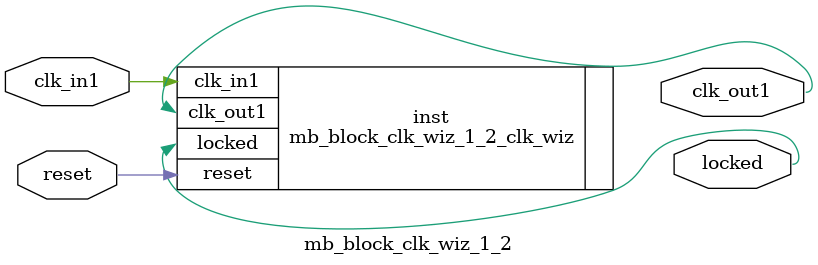
<source format=v>


`timescale 1ps/1ps

(* CORE_GENERATION_INFO = "mb_block_clk_wiz_1_2,clk_wiz_v6_0_11_0_0,{component_name=mb_block_clk_wiz_1_2,use_phase_alignment=true,use_min_o_jitter=false,use_max_i_jitter=false,use_dyn_phase_shift=false,use_inclk_switchover=false,use_dyn_reconfig=false,enable_axi=0,feedback_source=FDBK_AUTO,PRIMITIVE=MMCM,num_out_clk=1,clkin1_period=10.000,clkin2_period=10.000,use_power_down=false,use_reset=true,use_locked=true,use_inclk_stopped=false,feedback_type=SINGLE,CLOCK_MGR_TYPE=NA,manual_override=false}" *)

module mb_block_clk_wiz_1_2 
 (
  // Clock out ports
  output        clk_out1,
  // Status and control signals
  input         reset,
  output        locked,
 // Clock in ports
  input         clk_in1
 );

  mb_block_clk_wiz_1_2_clk_wiz inst
  (
  // Clock out ports  
  .clk_out1(clk_out1),
  // Status and control signals               
  .reset(reset), 
  .locked(locked),
 // Clock in ports
  .clk_in1(clk_in1)
  );

endmodule

</source>
